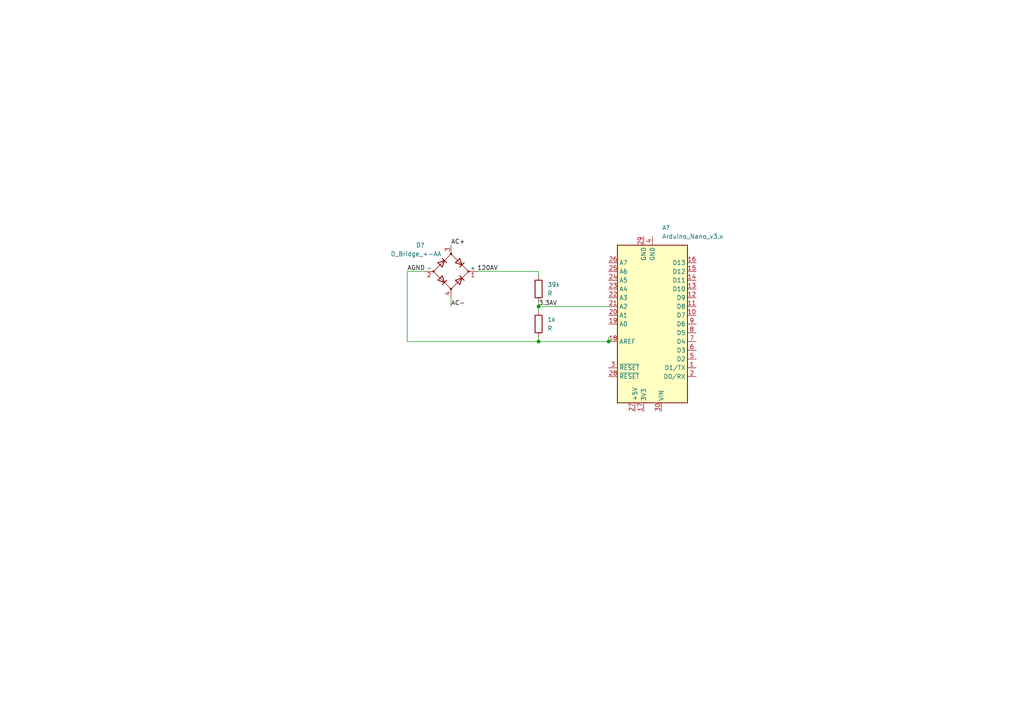
<source format=kicad_sch>
(kicad_sch (version 20211123) (generator eeschema)

  (uuid e63e39d7-6ac0-4ffd-8aa3-1841a4541b55)

  (paper "A4")

  (lib_symbols
    (symbol "Device:D_Bridge_+-AA" (pin_names (offset 0)) (in_bom yes) (on_board yes)
      (property "Reference" "D" (id 0) (at 2.54 6.985 0)
        (effects (font (size 1.27 1.27)) (justify left))
      )
      (property "Value" "D_Bridge_+-AA" (id 1) (at 2.54 5.08 0)
        (effects (font (size 1.27 1.27)) (justify left))
      )
      (property "Footprint" "" (id 2) (at 0 0 0)
        (effects (font (size 1.27 1.27)) hide)
      )
      (property "Datasheet" "~" (id 3) (at 0 0 0)
        (effects (font (size 1.27 1.27)) hide)
      )
      (property "ki_keywords" "rectifier ACDC" (id 4) (at 0 0 0)
        (effects (font (size 1.27 1.27)) hide)
      )
      (property "ki_description" "Diode bridge, +ve/-ve/AC/AC" (id 5) (at 0 0 0)
        (effects (font (size 1.27 1.27)) hide)
      )
      (property "ki_fp_filters" "D*Bridge* D*Rectifier*" (id 6) (at 0 0 0)
        (effects (font (size 1.27 1.27)) hide)
      )
      (symbol "D_Bridge_+-AA_0_1"
        (circle (center -5.08 0) (radius 0.254)
          (stroke (width 0) (type default) (color 0 0 0 0))
          (fill (type outline))
        )
        (circle (center 0 -5.08) (radius 0.254)
          (stroke (width 0) (type default) (color 0 0 0 0))
          (fill (type outline))
        )
        (polyline
          (pts
            (xy -2.54 3.81)
            (xy -1.27 2.54)
          )
          (stroke (width 0.254) (type default) (color 0 0 0 0))
          (fill (type none))
        )
        (polyline
          (pts
            (xy -1.27 -2.54)
            (xy -2.54 -3.81)
          )
          (stroke (width 0.254) (type default) (color 0 0 0 0))
          (fill (type none))
        )
        (polyline
          (pts
            (xy 2.54 -1.27)
            (xy 3.81 -2.54)
          )
          (stroke (width 0.254) (type default) (color 0 0 0 0))
          (fill (type none))
        )
        (polyline
          (pts
            (xy 2.54 1.27)
            (xy 3.81 2.54)
          )
          (stroke (width 0.254) (type default) (color 0 0 0 0))
          (fill (type none))
        )
        (polyline
          (pts
            (xy -3.81 2.54)
            (xy -2.54 1.27)
            (xy -1.905 3.175)
            (xy -3.81 2.54)
          )
          (stroke (width 0.254) (type default) (color 0 0 0 0))
          (fill (type none))
        )
        (polyline
          (pts
            (xy -2.54 -1.27)
            (xy -3.81 -2.54)
            (xy -1.905 -3.175)
            (xy -2.54 -1.27)
          )
          (stroke (width 0.254) (type default) (color 0 0 0 0))
          (fill (type none))
        )
        (polyline
          (pts
            (xy 1.27 2.54)
            (xy 2.54 3.81)
            (xy 3.175 1.905)
            (xy 1.27 2.54)
          )
          (stroke (width 0.254) (type default) (color 0 0 0 0))
          (fill (type none))
        )
        (polyline
          (pts
            (xy 3.175 -1.905)
            (xy 1.27 -2.54)
            (xy 2.54 -3.81)
            (xy 3.175 -1.905)
          )
          (stroke (width 0.254) (type default) (color 0 0 0 0))
          (fill (type none))
        )
        (polyline
          (pts
            (xy -5.08 0)
            (xy 0 -5.08)
            (xy 5.08 0)
            (xy 0 5.08)
            (xy -5.08 0)
          )
          (stroke (width 0) (type default) (color 0 0 0 0))
          (fill (type none))
        )
        (circle (center 0 5.08) (radius 0.254)
          (stroke (width 0) (type default) (color 0 0 0 0))
          (fill (type outline))
        )
        (circle (center 5.08 0) (radius 0.254)
          (stroke (width 0) (type default) (color 0 0 0 0))
          (fill (type outline))
        )
      )
      (symbol "D_Bridge_+-AA_1_1"
        (pin passive line (at 7.62 0 180) (length 2.54)
          (name "+" (effects (font (size 1.27 1.27))))
          (number "1" (effects (font (size 1.27 1.27))))
        )
        (pin passive line (at -7.62 0 0) (length 2.54)
          (name "-" (effects (font (size 1.27 1.27))))
          (number "2" (effects (font (size 1.27 1.27))))
        )
        (pin passive line (at 0 7.62 270) (length 2.54)
          (name "~" (effects (font (size 1.27 1.27))))
          (number "3" (effects (font (size 1.27 1.27))))
        )
        (pin passive line (at 0 -7.62 90) (length 2.54)
          (name "~" (effects (font (size 1.27 1.27))))
          (number "4" (effects (font (size 1.27 1.27))))
        )
      )
    )
    (symbol "Device:R" (pin_numbers hide) (pin_names (offset 0)) (in_bom yes) (on_board yes)
      (property "Reference" "R" (id 0) (at 2.032 0 90)
        (effects (font (size 1.27 1.27)))
      )
      (property "Value" "R" (id 1) (at 0 0 90)
        (effects (font (size 1.27 1.27)))
      )
      (property "Footprint" "" (id 2) (at -1.778 0 90)
        (effects (font (size 1.27 1.27)) hide)
      )
      (property "Datasheet" "~" (id 3) (at 0 0 0)
        (effects (font (size 1.27 1.27)) hide)
      )
      (property "ki_keywords" "R res resistor" (id 4) (at 0 0 0)
        (effects (font (size 1.27 1.27)) hide)
      )
      (property "ki_description" "Resistor" (id 5) (at 0 0 0)
        (effects (font (size 1.27 1.27)) hide)
      )
      (property "ki_fp_filters" "R_*" (id 6) (at 0 0 0)
        (effects (font (size 1.27 1.27)) hide)
      )
      (symbol "R_0_1"
        (rectangle (start -1.016 -2.54) (end 1.016 2.54)
          (stroke (width 0.254) (type default) (color 0 0 0 0))
          (fill (type none))
        )
      )
      (symbol "R_1_1"
        (pin passive line (at 0 3.81 270) (length 1.27)
          (name "~" (effects (font (size 1.27 1.27))))
          (number "1" (effects (font (size 1.27 1.27))))
        )
        (pin passive line (at 0 -3.81 90) (length 1.27)
          (name "~" (effects (font (size 1.27 1.27))))
          (number "2" (effects (font (size 1.27 1.27))))
        )
      )
    )
    (symbol "MCU_Module:Arduino_Nano_v3.x" (in_bom yes) (on_board yes)
      (property "Reference" "A" (id 0) (at -10.16 23.495 0)
        (effects (font (size 1.27 1.27)) (justify left bottom))
      )
      (property "Value" "Arduino_Nano_v3.x" (id 1) (at 5.08 -24.13 0)
        (effects (font (size 1.27 1.27)) (justify left top))
      )
      (property "Footprint" "Module:Arduino_Nano" (id 2) (at 0 0 0)
        (effects (font (size 1.27 1.27) italic) hide)
      )
      (property "Datasheet" "http://www.mouser.com/pdfdocs/Gravitech_Arduino_Nano3_0.pdf" (id 3) (at 0 0 0)
        (effects (font (size 1.27 1.27)) hide)
      )
      (property "ki_keywords" "Arduino nano microcontroller module USB" (id 4) (at 0 0 0)
        (effects (font (size 1.27 1.27)) hide)
      )
      (property "ki_description" "Arduino Nano v3.x" (id 5) (at 0 0 0)
        (effects (font (size 1.27 1.27)) hide)
      )
      (property "ki_fp_filters" "Arduino*Nano*" (id 6) (at 0 0 0)
        (effects (font (size 1.27 1.27)) hide)
      )
      (symbol "Arduino_Nano_v3.x_0_1"
        (rectangle (start -10.16 22.86) (end 10.16 -22.86)
          (stroke (width 0.254) (type default) (color 0 0 0 0))
          (fill (type background))
        )
      )
      (symbol "Arduino_Nano_v3.x_1_1"
        (pin bidirectional line (at -12.7 12.7 0) (length 2.54)
          (name "D1/TX" (effects (font (size 1.27 1.27))))
          (number "1" (effects (font (size 1.27 1.27))))
        )
        (pin bidirectional line (at -12.7 -2.54 0) (length 2.54)
          (name "D7" (effects (font (size 1.27 1.27))))
          (number "10" (effects (font (size 1.27 1.27))))
        )
        (pin bidirectional line (at -12.7 -5.08 0) (length 2.54)
          (name "D8" (effects (font (size 1.27 1.27))))
          (number "11" (effects (font (size 1.27 1.27))))
        )
        (pin bidirectional line (at -12.7 -7.62 0) (length 2.54)
          (name "D9" (effects (font (size 1.27 1.27))))
          (number "12" (effects (font (size 1.27 1.27))))
        )
        (pin bidirectional line (at -12.7 -10.16 0) (length 2.54)
          (name "D10" (effects (font (size 1.27 1.27))))
          (number "13" (effects (font (size 1.27 1.27))))
        )
        (pin bidirectional line (at -12.7 -12.7 0) (length 2.54)
          (name "D11" (effects (font (size 1.27 1.27))))
          (number "14" (effects (font (size 1.27 1.27))))
        )
        (pin bidirectional line (at -12.7 -15.24 0) (length 2.54)
          (name "D12" (effects (font (size 1.27 1.27))))
          (number "15" (effects (font (size 1.27 1.27))))
        )
        (pin bidirectional line (at -12.7 -17.78 0) (length 2.54)
          (name "D13" (effects (font (size 1.27 1.27))))
          (number "16" (effects (font (size 1.27 1.27))))
        )
        (pin power_out line (at 2.54 25.4 270) (length 2.54)
          (name "3V3" (effects (font (size 1.27 1.27))))
          (number "17" (effects (font (size 1.27 1.27))))
        )
        (pin input line (at 12.7 5.08 180) (length 2.54)
          (name "AREF" (effects (font (size 1.27 1.27))))
          (number "18" (effects (font (size 1.27 1.27))))
        )
        (pin bidirectional line (at 12.7 0 180) (length 2.54)
          (name "A0" (effects (font (size 1.27 1.27))))
          (number "19" (effects (font (size 1.27 1.27))))
        )
        (pin bidirectional line (at -12.7 15.24 0) (length 2.54)
          (name "D0/RX" (effects (font (size 1.27 1.27))))
          (number "2" (effects (font (size 1.27 1.27))))
        )
        (pin bidirectional line (at 12.7 -2.54 180) (length 2.54)
          (name "A1" (effects (font (size 1.27 1.27))))
          (number "20" (effects (font (size 1.27 1.27))))
        )
        (pin bidirectional line (at 12.7 -5.08 180) (length 2.54)
          (name "A2" (effects (font (size 1.27 1.27))))
          (number "21" (effects (font (size 1.27 1.27))))
        )
        (pin bidirectional line (at 12.7 -7.62 180) (length 2.54)
          (name "A3" (effects (font (size 1.27 1.27))))
          (number "22" (effects (font (size 1.27 1.27))))
        )
        (pin bidirectional line (at 12.7 -10.16 180) (length 2.54)
          (name "A4" (effects (font (size 1.27 1.27))))
          (number "23" (effects (font (size 1.27 1.27))))
        )
        (pin bidirectional line (at 12.7 -12.7 180) (length 2.54)
          (name "A5" (effects (font (size 1.27 1.27))))
          (number "24" (effects (font (size 1.27 1.27))))
        )
        (pin bidirectional line (at 12.7 -15.24 180) (length 2.54)
          (name "A6" (effects (font (size 1.27 1.27))))
          (number "25" (effects (font (size 1.27 1.27))))
        )
        (pin bidirectional line (at 12.7 -17.78 180) (length 2.54)
          (name "A7" (effects (font (size 1.27 1.27))))
          (number "26" (effects (font (size 1.27 1.27))))
        )
        (pin power_out line (at 5.08 25.4 270) (length 2.54)
          (name "+5V" (effects (font (size 1.27 1.27))))
          (number "27" (effects (font (size 1.27 1.27))))
        )
        (pin input line (at 12.7 15.24 180) (length 2.54)
          (name "~{RESET}" (effects (font (size 1.27 1.27))))
          (number "28" (effects (font (size 1.27 1.27))))
        )
        (pin power_in line (at 2.54 -25.4 90) (length 2.54)
          (name "GND" (effects (font (size 1.27 1.27))))
          (number "29" (effects (font (size 1.27 1.27))))
        )
        (pin input line (at 12.7 12.7 180) (length 2.54)
          (name "~{RESET}" (effects (font (size 1.27 1.27))))
          (number "3" (effects (font (size 1.27 1.27))))
        )
        (pin power_in line (at -2.54 25.4 270) (length 2.54)
          (name "VIN" (effects (font (size 1.27 1.27))))
          (number "30" (effects (font (size 1.27 1.27))))
        )
        (pin power_in line (at 0 -25.4 90) (length 2.54)
          (name "GND" (effects (font (size 1.27 1.27))))
          (number "4" (effects (font (size 1.27 1.27))))
        )
        (pin bidirectional line (at -12.7 10.16 0) (length 2.54)
          (name "D2" (effects (font (size 1.27 1.27))))
          (number "5" (effects (font (size 1.27 1.27))))
        )
        (pin bidirectional line (at -12.7 7.62 0) (length 2.54)
          (name "D3" (effects (font (size 1.27 1.27))))
          (number "6" (effects (font (size 1.27 1.27))))
        )
        (pin bidirectional line (at -12.7 5.08 0) (length 2.54)
          (name "D4" (effects (font (size 1.27 1.27))))
          (number "7" (effects (font (size 1.27 1.27))))
        )
        (pin bidirectional line (at -12.7 2.54 0) (length 2.54)
          (name "D5" (effects (font (size 1.27 1.27))))
          (number "8" (effects (font (size 1.27 1.27))))
        )
        (pin bidirectional line (at -12.7 0 0) (length 2.54)
          (name "D6" (effects (font (size 1.27 1.27))))
          (number "9" (effects (font (size 1.27 1.27))))
        )
      )
    )
  )

  (junction (at 156.21 88.9) (diameter 0) (color 0 0 0 0)
    (uuid 9bdd5d58-a3f3-4d9c-868b-e6af5a70e646)
  )
  (junction (at 156.21 99.06) (diameter 0) (color 0 0 0 0)
    (uuid c12ae496-04b7-4bf3-9211-6370eac1d527)
  )
  (junction (at 176.53 99.06) (diameter 0) (color 0 0 0 0)
    (uuid e529d12c-0753-4429-9f11-c66ba870efa0)
  )

  (wire (pts (xy 138.43 78.74) (xy 156.21 78.74))
    (stroke (width 0) (type default) (color 0 0 0 0))
    (uuid 22cede15-84d0-4d60-9388-bc42208a235c)
  )
  (wire (pts (xy 130.81 86.36) (xy 130.81 88.9))
    (stroke (width 0) (type default) (color 0 0 0 0))
    (uuid 4931e958-cff9-4cb9-a391-980ce6f8f7b0)
  )
  (wire (pts (xy 118.11 78.74) (xy 123.19 78.74))
    (stroke (width 0) (type default) (color 0 0 0 0))
    (uuid 6953b908-825b-4761-b3fb-40eac78d158e)
  )
  (wire (pts (xy 156.21 88.9) (xy 176.53 88.9))
    (stroke (width 0) (type default) (color 0 0 0 0))
    (uuid 9d836177-794d-46f3-9ef7-3d778e8cdca5)
  )
  (wire (pts (xy 156.21 97.79) (xy 156.21 99.06))
    (stroke (width 0) (type default) (color 0 0 0 0))
    (uuid a02ba725-ed49-4d6f-a8c1-9668c6498bba)
  )
  (wire (pts (xy 118.11 78.74) (xy 118.11 99.06))
    (stroke (width 0) (type default) (color 0 0 0 0))
    (uuid a08eae68-8956-4d26-be63-b13639cbd20d)
  )
  (wire (pts (xy 118.11 99.06) (xy 156.21 99.06))
    (stroke (width 0) (type default) (color 0 0 0 0))
    (uuid a310022d-4bfb-4901-bf61-8228c0fcb250)
  )
  (wire (pts (xy 156.21 78.74) (xy 156.21 80.01))
    (stroke (width 0) (type default) (color 0 0 0 0))
    (uuid b1f02003-cc8d-400d-9f8c-3bafb9aeb9a9)
  )
  (wire (pts (xy 156.21 99.06) (xy 176.53 99.06))
    (stroke (width 0) (type default) (color 0 0 0 0))
    (uuid c6b8c222-5abb-4f9d-9cb5-279a6ebb1ad3)
  )
  (wire (pts (xy 176.53 97.79) (xy 176.53 99.06))
    (stroke (width 0) (type default) (color 0 0 0 0))
    (uuid e6afcdd3-ddae-4a78-909e-bd793b740929)
  )
  (wire (pts (xy 156.21 87.63) (xy 156.21 88.9))
    (stroke (width 0) (type default) (color 0 0 0 0))
    (uuid f239e11e-34af-438d-a4f5-e32e052016e7)
  )
  (wire (pts (xy 156.21 88.9) (xy 156.21 90.17))
    (stroke (width 0) (type default) (color 0 0 0 0))
    (uuid fca2d856-89a3-436c-8fc4-822dab424c31)
  )

  (label "AGND" (at 118.11 78.74 0)
    (effects (font (size 1.27 1.27)) (justify left bottom))
    (uuid 1208c2e6-8275-4b36-8b7e-41791556fdf1)
  )
  (label "AC-" (at 130.81 88.9 0)
    (effects (font (size 1.27 1.27)) (justify left bottom))
    (uuid 139e5ec0-c045-4d91-be42-b4acf22d3338)
  )
  (label "120AV" (at 138.43 78.74 0)
    (effects (font (size 1.27 1.27)) (justify left bottom))
    (uuid 73892a2a-cb53-43a4-8e7c-751de25d1e29)
  )
  (label "3.3AV" (at 156.21 88.9 0)
    (effects (font (size 1.27 1.27)) (justify left bottom))
    (uuid cb052f0a-6b6a-4397-a420-9814be227111)
  )
  (label "AC+" (at 130.81 71.12 0)
    (effects (font (size 1.27 1.27)) (justify left bottom))
    (uuid fe69c541-b817-46c3-b3ca-ef121552e606)
  )

  (symbol (lib_id "Device:R") (at 156.21 83.82 0) (unit 1)
    (in_bom yes) (on_board yes) (fields_autoplaced)
    (uuid 2d2f9f7d-9764-40cf-a453-54a13a06e69d)
    (property "Reference" "39k" (id 0) (at 158.75 82.5499 0)
      (effects (font (size 1.27 1.27)) (justify left))
    )
    (property "Value" "R" (id 1) (at 158.75 85.0899 0)
      (effects (font (size 1.27 1.27)) (justify left))
    )
    (property "Footprint" "" (id 2) (at 154.432 83.82 90)
      (effects (font (size 1.27 1.27)) hide)
    )
    (property "Datasheet" "~" (id 3) (at 156.21 83.82 0)
      (effects (font (size 1.27 1.27)) hide)
    )
    (pin "1" (uuid 0bd3ae06-c7a4-4c40-ac96-165de2196200))
    (pin "2" (uuid 0cc20d10-da49-4751-8aec-79279d1ad7ad))
  )

  (symbol (lib_id "Device:R") (at 156.21 93.98 0) (unit 1)
    (in_bom yes) (on_board yes) (fields_autoplaced)
    (uuid 58236c22-0832-4927-a33f-1b37fe7d1f45)
    (property "Reference" "1k" (id 0) (at 158.75 92.7099 0)
      (effects (font (size 1.27 1.27)) (justify left))
    )
    (property "Value" "R" (id 1) (at 158.75 95.2499 0)
      (effects (font (size 1.27 1.27)) (justify left))
    )
    (property "Footprint" "" (id 2) (at 154.432 93.98 90)
      (effects (font (size 1.27 1.27)) hide)
    )
    (property "Datasheet" "~" (id 3) (at 156.21 93.98 0)
      (effects (font (size 1.27 1.27)) hide)
    )
    (pin "1" (uuid de067d7a-f2f7-4227-8c64-b6e2bcf3747a))
    (pin "2" (uuid b125b5be-e735-4270-84dd-f75611d9b393))
  )

  (symbol (lib_id "MCU_Module:Arduino_Nano_v3.x") (at 189.23 93.98 180) (unit 1)
    (in_bom yes) (on_board yes) (fields_autoplaced)
    (uuid bba48047-4df3-41ed-ac2b-baf152fd60dc)
    (property "Reference" "A?" (id 0) (at 191.9987 66.04 0)
      (effects (font (size 1.27 1.27)) (justify right))
    )
    (property "Value" "Arduino_Nano_v3.x" (id 1) (at 191.9987 68.58 0)
      (effects (font (size 1.27 1.27)) (justify right))
    )
    (property "Footprint" "Module:Arduino_Nano" (id 2) (at 189.23 93.98 0)
      (effects (font (size 1.27 1.27) italic) hide)
    )
    (property "Datasheet" "http://www.mouser.com/pdfdocs/Gravitech_Arduino_Nano3_0.pdf" (id 3) (at 189.23 93.98 0)
      (effects (font (size 1.27 1.27)) hide)
    )
    (pin "1" (uuid 9de23f3b-d5cf-43a3-99af-cebaa5479b71))
    (pin "10" (uuid 5e8b6c5f-e45d-4bd5-bd99-8def0a03f643))
    (pin "11" (uuid 5a7de2cf-e428-4bd0-9943-7b02851e49cd))
    (pin "12" (uuid c4cc0cdb-fc34-4c06-bd4e-3a8d4435ec2f))
    (pin "13" (uuid 5b72a814-3f9f-4fdb-aee7-4ab821170588))
    (pin "14" (uuid 47a9179d-5a74-41f9-a990-beeffc73fc09))
    (pin "15" (uuid c44456b3-18fa-4cb3-a444-a30f2f234d27))
    (pin "16" (uuid 7585ee01-827e-40b8-bd5d-b5295a1ef61e))
    (pin "17" (uuid 6e19d8a7-900c-4ce4-8f5a-89eca268809d))
    (pin "18" (uuid 3040d95f-bac7-4d77-a599-01e4d846387c))
    (pin "19" (uuid 671ad5f7-0820-4066-91a4-e13b92bde4d4))
    (pin "2" (uuid 71a402a8-5138-4b62-8920-059bf123729b))
    (pin "20" (uuid 5496a0c5-9ae6-46a7-b544-786f31172aa9))
    (pin "21" (uuid b4c92320-f470-4fd9-ac18-1905d3fbb809))
    (pin "22" (uuid e87ee332-fd8a-4808-a3b2-614bb1664fe4))
    (pin "23" (uuid b3fbfeb5-bb35-4e91-b146-7a854c701aaf))
    (pin "24" (uuid dabeb07e-ff82-4013-aca7-55eac447b191))
    (pin "25" (uuid 8795da9e-a14f-447e-9957-e0a3e4837066))
    (pin "26" (uuid 0202fa95-52c4-4e6a-9d18-d4f61b02132a))
    (pin "27" (uuid 158d579a-54b5-4b8c-97bb-8ec622897b17))
    (pin "28" (uuid 1cd4ee4d-3a4e-4f51-9e9e-90d87cc31b51))
    (pin "29" (uuid e203bc05-cd85-4f55-8ed9-9bdb2533bab5))
    (pin "3" (uuid 5bbbb1dc-6779-4306-9e1e-957b8f0f7766))
    (pin "30" (uuid a104d9b3-5a76-45c9-a9f4-b5c642a4c59d))
    (pin "4" (uuid b4db4011-0ee9-4fb8-9ee0-262e5bd2f547))
    (pin "5" (uuid 718f017d-28fe-4e29-b548-40db8e21cec7))
    (pin "6" (uuid 79f618f8-580b-4c6f-9cd9-f2ecc9f4ad1c))
    (pin "7" (uuid 7cfa3cca-4b04-406e-a5d4-0a640a98cd3f))
    (pin "8" (uuid 5f3a6c2c-7609-43db-87dc-fc4f0a26b21a))
    (pin "9" (uuid ddb40123-bfed-4c59-bb7d-5488e3caacaa))
  )

  (symbol (lib_id "Device:D_Bridge_+-AA") (at 130.81 78.74 0) (unit 1)
    (in_bom yes) (on_board yes)
    (uuid eb391a95-1c1d-4613-b508-c76b8bc13a73)
    (property "Reference" "D?" (id 0) (at 121.92 71.12 0))
    (property "Value" "D_Bridge_+-AA" (id 1) (at 120.65 73.66 0))
    (property "Footprint" "" (id 2) (at 130.81 78.74 0)
      (effects (font (size 1.27 1.27)) hide)
    )
    (property "Datasheet" "~" (id 3) (at 130.81 78.74 0)
      (effects (font (size 1.27 1.27)) hide)
    )
    (pin "1" (uuid 0ce1dd44-f307-4f98-9f0d-478fd87daa64))
    (pin "2" (uuid 0c5dddf1-38df-43d2-b49c-e7b691dab0ab))
    (pin "3" (uuid ca56e1ad-54bf-4df5-a4f7-99f5d61d0de9))
    (pin "4" (uuid 254f7cc6-cee1-44ca-9afe-939b318201aa))
  )

  (sheet_instances
    (path "/" (page "1"))
  )

  (symbol_instances
    (path "/58236c22-0832-4927-a33f-1b37fe7d1f45"
      (reference "1k") (unit 1) (value "R") (footprint "")
    )
    (path "/2d2f9f7d-9764-40cf-a453-54a13a06e69d"
      (reference "39k") (unit 1) (value "R") (footprint "")
    )
    (path "/bba48047-4df3-41ed-ac2b-baf152fd60dc"
      (reference "A?") (unit 1) (value "Arduino_Nano_v3.x") (footprint "Module:Arduino_Nano")
    )
    (path "/eb391a95-1c1d-4613-b508-c76b8bc13a73"
      (reference "D?") (unit 1) (value "D_Bridge_+-AA") (footprint "")
    )
  )
)

</source>
